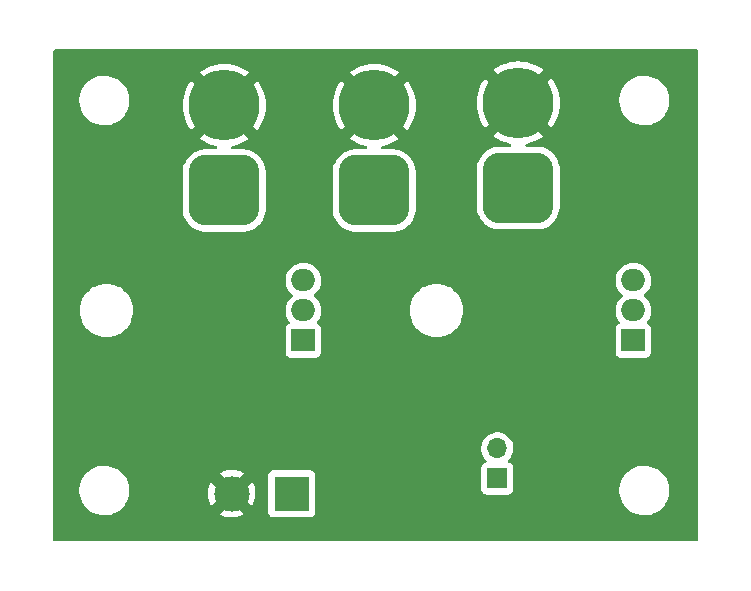
<source format=gbl>
G04 #@! TF.GenerationSoftware,KiCad,Pcbnew,6.0.9-8da3e8f707~116~ubuntu22.04.1*
G04 #@! TF.CreationDate,2022-12-04T14:58:13+01:00*
G04 #@! TF.ProjectId,24V_board,3234565f-626f-4617-9264-2e6b69636164,rev?*
G04 #@! TF.SameCoordinates,Original*
G04 #@! TF.FileFunction,Copper,L2,Bot*
G04 #@! TF.FilePolarity,Positive*
%FSLAX46Y46*%
G04 Gerber Fmt 4.6, Leading zero omitted, Abs format (unit mm)*
G04 Created by KiCad (PCBNEW 6.0.9-8da3e8f707~116~ubuntu22.04.1) date 2022-12-04 14:58:13*
%MOMM*%
%LPD*%
G01*
G04 APERTURE LIST*
G04 Aperture macros list*
%AMRoundRect*
0 Rectangle with rounded corners*
0 $1 Rounding radius*
0 $2 $3 $4 $5 $6 $7 $8 $9 X,Y pos of 4 corners*
0 Add a 4 corners polygon primitive as box body*
4,1,4,$2,$3,$4,$5,$6,$7,$8,$9,$2,$3,0*
0 Add four circle primitives for the rounded corners*
1,1,$1+$1,$2,$3*
1,1,$1+$1,$4,$5*
1,1,$1+$1,$6,$7*
1,1,$1+$1,$8,$9*
0 Add four rect primitives between the rounded corners*
20,1,$1+$1,$2,$3,$4,$5,0*
20,1,$1+$1,$4,$5,$6,$7,0*
20,1,$1+$1,$6,$7,$8,$9,0*
20,1,$1+$1,$8,$9,$2,$3,0*%
G04 Aperture macros list end*
G04 #@! TA.AperFunction,ComponentPad*
%ADD10R,2.000000X1.905000*%
G04 #@! TD*
G04 #@! TA.AperFunction,ComponentPad*
%ADD11O,2.000000X1.905000*%
G04 #@! TD*
G04 #@! TA.AperFunction,ComponentPad*
%ADD12RoundRect,1.500000X1.500000X-1.500000X1.500000X1.500000X-1.500000X1.500000X-1.500000X-1.500000X0*%
G04 #@! TD*
G04 #@! TA.AperFunction,ComponentPad*
%ADD13C,6.000000*%
G04 #@! TD*
G04 #@! TA.AperFunction,ComponentPad*
%ADD14R,3.000000X3.000000*%
G04 #@! TD*
G04 #@! TA.AperFunction,ComponentPad*
%ADD15C,3.000000*%
G04 #@! TD*
G04 #@! TA.AperFunction,ComponentPad*
%ADD16R,1.700000X1.700000*%
G04 #@! TD*
G04 #@! TA.AperFunction,ComponentPad*
%ADD17O,1.700000X1.700000*%
G04 #@! TD*
G04 APERTURE END LIST*
D10*
X184490000Y-50800000D03*
D11*
X184490000Y-48260000D03*
X184490000Y-45720000D03*
D12*
X174752000Y-37890000D03*
D13*
X174752000Y-30690000D03*
D12*
X162560000Y-38100000D03*
D13*
X162560000Y-30900000D03*
D10*
X156550000Y-50800000D03*
D11*
X156550000Y-48260000D03*
X156550000Y-45720000D03*
D14*
X155566324Y-63775251D03*
D15*
X150486324Y-63775251D03*
D16*
X172974000Y-62484000D03*
D17*
X172974000Y-59944000D03*
D12*
X149860000Y-38100000D03*
D13*
X149860000Y-30900000D03*
G04 #@! TA.AperFunction,Conductor*
G36*
X189933621Y-26182502D02*
G01*
X189980114Y-26236158D01*
X189991500Y-26288500D01*
X189991500Y-67691500D01*
X189971498Y-67759621D01*
X189917842Y-67806114D01*
X189865500Y-67817500D01*
X135508500Y-67817500D01*
X135440379Y-67797498D01*
X135393886Y-67743842D01*
X135382500Y-67691500D01*
X135382500Y-63632703D01*
X137590743Y-63632703D01*
X137628268Y-63917734D01*
X137704129Y-64195036D01*
X137705813Y-64198984D01*
X137774920Y-64361001D01*
X137816923Y-64459476D01*
X137964561Y-64706161D01*
X138144313Y-64930528D01*
X138352851Y-65128423D01*
X138586317Y-65296186D01*
X138590112Y-65298195D01*
X138590113Y-65298196D01*
X138611869Y-65309715D01*
X138840392Y-65430712D01*
X138864699Y-65439607D01*
X139006979Y-65491674D01*
X139110373Y-65529511D01*
X139391264Y-65590755D01*
X139419841Y-65593004D01*
X139614282Y-65608307D01*
X139614291Y-65608307D01*
X139616739Y-65608500D01*
X139772271Y-65608500D01*
X139774407Y-65608354D01*
X139774418Y-65608354D01*
X139982548Y-65594165D01*
X139982554Y-65594164D01*
X139986825Y-65593873D01*
X139991020Y-65593004D01*
X139991022Y-65593004D01*
X140127583Y-65564724D01*
X140268342Y-65535574D01*
X140357351Y-65504054D01*
X149470248Y-65504054D01*
X149476216Y-65512026D01*
X149531586Y-65546760D01*
X149539140Y-65550811D01*
X149780844Y-65659945D01*
X149788875Y-65662931D01*
X150043156Y-65738253D01*
X150051508Y-65740120D01*
X150313664Y-65780235D01*
X150322198Y-65780951D01*
X150587369Y-65785118D01*
X150595920Y-65784669D01*
X150859207Y-65752808D01*
X150867608Y-65751206D01*
X151124148Y-65683904D01*
X151132250Y-65681177D01*
X151377273Y-65579685D01*
X151384941Y-65575879D01*
X151492320Y-65513132D01*
X151501996Y-65502877D01*
X151498678Y-65494712D01*
X151327351Y-65323385D01*
X153557824Y-65323385D01*
X153564579Y-65385567D01*
X153615709Y-65521956D01*
X153703063Y-65638512D01*
X153819619Y-65725866D01*
X153956008Y-65776996D01*
X154018190Y-65783751D01*
X157114458Y-65783751D01*
X157176640Y-65776996D01*
X157313029Y-65725866D01*
X157429585Y-65638512D01*
X157516939Y-65521956D01*
X157568069Y-65385567D01*
X157574824Y-65323385D01*
X157574824Y-62227117D01*
X157568069Y-62164935D01*
X157516939Y-62028546D01*
X157429585Y-61911990D01*
X157313029Y-61824636D01*
X157176640Y-61773506D01*
X157114458Y-61766751D01*
X154018190Y-61766751D01*
X153956008Y-61773506D01*
X153819619Y-61824636D01*
X153703063Y-61911990D01*
X153615709Y-62028546D01*
X153564579Y-62164935D01*
X153557824Y-62227117D01*
X153557824Y-65323385D01*
X151327351Y-65323385D01*
X150499136Y-64495170D01*
X150485192Y-64487556D01*
X150483359Y-64487687D01*
X150476744Y-64491938D01*
X149477008Y-65491674D01*
X149470248Y-65504054D01*
X140357351Y-65504054D01*
X140539343Y-65439607D01*
X140794812Y-65307750D01*
X140798313Y-65305289D01*
X140798317Y-65305287D01*
X140912417Y-65225096D01*
X141030023Y-65142441D01*
X141240622Y-64946740D01*
X141422713Y-64724268D01*
X141572927Y-64479142D01*
X141628390Y-64352795D01*
X141686757Y-64219830D01*
X141688483Y-64215898D01*
X141725535Y-64085828D01*
X141766068Y-63943534D01*
X141767244Y-63939406D01*
X141792997Y-63758455D01*
X148473989Y-63758455D01*
X148489256Y-64023220D01*
X148490329Y-64031721D01*
X148541389Y-64291973D01*
X148543600Y-64300225D01*
X148629508Y-64551145D01*
X148632823Y-64559030D01*
X148748489Y-64789006D01*
X148754223Y-64793666D01*
X148767943Y-64786525D01*
X149766405Y-63788063D01*
X149772783Y-63776383D01*
X151198629Y-63776383D01*
X151198760Y-63778216D01*
X151203011Y-63784831D01*
X152203213Y-64785033D01*
X152215593Y-64791793D01*
X152221857Y-64787104D01*
X152314286Y-64616871D01*
X152317854Y-64609078D01*
X152411595Y-64361001D01*
X152414072Y-64352795D01*
X152473278Y-64094289D01*
X152474618Y-64085828D01*
X152498355Y-63819867D01*
X152498601Y-63814928D01*
X152498990Y-63777736D01*
X152498847Y-63772770D01*
X152480686Y-63506374D01*
X152479525Y-63497900D01*
X152425743Y-63238195D01*
X152423444Y-63229960D01*
X152334912Y-62979956D01*
X152331515Y-62972106D01*
X152225801Y-62767289D01*
X152216064Y-62757087D01*
X152209224Y-62759458D01*
X151206243Y-63762439D01*
X151198629Y-63776383D01*
X149772783Y-63776383D01*
X149774019Y-63774119D01*
X149773888Y-63772286D01*
X149769637Y-63765671D01*
X148768785Y-62764819D01*
X148756405Y-62758059D01*
X148750381Y-62762569D01*
X148649649Y-62952818D01*
X148646163Y-62960646D01*
X148555024Y-63209697D01*
X148552635Y-63217921D01*
X148496136Y-63477046D01*
X148494887Y-63485501D01*
X148474078Y-63749904D01*
X148473989Y-63758455D01*
X141792997Y-63758455D01*
X141807751Y-63654784D01*
X141807845Y-63636951D01*
X141809235Y-63371583D01*
X141809235Y-63371576D01*
X141809257Y-63367297D01*
X141771732Y-63082266D01*
X141695871Y-62804964D01*
X141583077Y-62540524D01*
X141435439Y-62293839D01*
X141255687Y-62069472D01*
X141232596Y-62047559D01*
X149470659Y-62047559D01*
X149474202Y-62056022D01*
X150473512Y-63055332D01*
X150487456Y-63062946D01*
X150489289Y-63062815D01*
X150495904Y-63058564D01*
X151495317Y-62059151D01*
X151502077Y-62046771D01*
X151496350Y-62039121D01*
X151422446Y-61993833D01*
X151414876Y-61989875D01*
X151172028Y-61883273D01*
X151163968Y-61880371D01*
X150908916Y-61807718D01*
X150900538Y-61805936D01*
X150637980Y-61768569D01*
X150629435Y-61767942D01*
X150364232Y-61766553D01*
X150355698Y-61767090D01*
X150092757Y-61801707D01*
X150084359Y-61803400D01*
X149828562Y-61873378D01*
X149820467Y-61876197D01*
X149576523Y-61980248D01*
X149568900Y-61984132D01*
X149480230Y-62037200D01*
X149470659Y-62047559D01*
X141232596Y-62047559D01*
X141097302Y-61919170D01*
X141050258Y-61874527D01*
X141050255Y-61874525D01*
X141047149Y-61871577D01*
X140813683Y-61703814D01*
X140791843Y-61692250D01*
X140768654Y-61679972D01*
X140559608Y-61569288D01*
X140289627Y-61470489D01*
X140008736Y-61409245D01*
X139977685Y-61406801D01*
X139785718Y-61391693D01*
X139785709Y-61391693D01*
X139783261Y-61391500D01*
X139627729Y-61391500D01*
X139625593Y-61391646D01*
X139625582Y-61391646D01*
X139417452Y-61405835D01*
X139417446Y-61405836D01*
X139413175Y-61406127D01*
X139408980Y-61406996D01*
X139408978Y-61406996D01*
X139272416Y-61435277D01*
X139131658Y-61464426D01*
X138860657Y-61560393D01*
X138605188Y-61692250D01*
X138601687Y-61694711D01*
X138601683Y-61694713D01*
X138591594Y-61701804D01*
X138369977Y-61857559D01*
X138317193Y-61906609D01*
X138176661Y-62037200D01*
X138159378Y-62053260D01*
X137977287Y-62275732D01*
X137827073Y-62520858D01*
X137711517Y-62784102D01*
X137632756Y-63060594D01*
X137592249Y-63345216D01*
X137592227Y-63349505D01*
X137592226Y-63349512D01*
X137590765Y-63628417D01*
X137590743Y-63632703D01*
X135382500Y-63632703D01*
X135382500Y-59910695D01*
X171611251Y-59910695D01*
X171611548Y-59915848D01*
X171611548Y-59915851D01*
X171617011Y-60010590D01*
X171624110Y-60133715D01*
X171625247Y-60138761D01*
X171625248Y-60138767D01*
X171645119Y-60226939D01*
X171673222Y-60351639D01*
X171757266Y-60558616D01*
X171873987Y-60749088D01*
X172020250Y-60917938D01*
X172024230Y-60921242D01*
X172028981Y-60925187D01*
X172068616Y-60984090D01*
X172070113Y-61055071D01*
X172032997Y-61115593D01*
X171992724Y-61140112D01*
X171877295Y-61183385D01*
X171760739Y-61270739D01*
X171673385Y-61387295D01*
X171622255Y-61523684D01*
X171615500Y-61585866D01*
X171615500Y-63382134D01*
X171622255Y-63444316D01*
X171673385Y-63580705D01*
X171760739Y-63697261D01*
X171877295Y-63784615D01*
X172013684Y-63835745D01*
X172075866Y-63842500D01*
X173872134Y-63842500D01*
X173934316Y-63835745D01*
X174070705Y-63784615D01*
X174187261Y-63697261D01*
X174235645Y-63632703D01*
X183310743Y-63632703D01*
X183348268Y-63917734D01*
X183424129Y-64195036D01*
X183425813Y-64198984D01*
X183494920Y-64361001D01*
X183536923Y-64459476D01*
X183684561Y-64706161D01*
X183864313Y-64930528D01*
X184072851Y-65128423D01*
X184306317Y-65296186D01*
X184310112Y-65298195D01*
X184310113Y-65298196D01*
X184331869Y-65309715D01*
X184560392Y-65430712D01*
X184584699Y-65439607D01*
X184726979Y-65491674D01*
X184830373Y-65529511D01*
X185111264Y-65590755D01*
X185139841Y-65593004D01*
X185334282Y-65608307D01*
X185334291Y-65608307D01*
X185336739Y-65608500D01*
X185492271Y-65608500D01*
X185494407Y-65608354D01*
X185494418Y-65608354D01*
X185702548Y-65594165D01*
X185702554Y-65594164D01*
X185706825Y-65593873D01*
X185711020Y-65593004D01*
X185711022Y-65593004D01*
X185847583Y-65564724D01*
X185988342Y-65535574D01*
X186259343Y-65439607D01*
X186514812Y-65307750D01*
X186518313Y-65305289D01*
X186518317Y-65305287D01*
X186632418Y-65225095D01*
X186750023Y-65142441D01*
X186960622Y-64946740D01*
X187142713Y-64724268D01*
X187292927Y-64479142D01*
X187348390Y-64352795D01*
X187406757Y-64219830D01*
X187408483Y-64215898D01*
X187445535Y-64085828D01*
X187486068Y-63943534D01*
X187487244Y-63939406D01*
X187527751Y-63654784D01*
X187527845Y-63636951D01*
X187529235Y-63371583D01*
X187529235Y-63371576D01*
X187529257Y-63367297D01*
X187491732Y-63082266D01*
X187415871Y-62804964D01*
X187303077Y-62540524D01*
X187155439Y-62293839D01*
X186975687Y-62069472D01*
X186817302Y-61919170D01*
X186770258Y-61874527D01*
X186770255Y-61874525D01*
X186767149Y-61871577D01*
X186533683Y-61703814D01*
X186511843Y-61692250D01*
X186488654Y-61679972D01*
X186279608Y-61569288D01*
X186009627Y-61470489D01*
X185728736Y-61409245D01*
X185697685Y-61406801D01*
X185505718Y-61391693D01*
X185505709Y-61391693D01*
X185503261Y-61391500D01*
X185347729Y-61391500D01*
X185345593Y-61391646D01*
X185345582Y-61391646D01*
X185137452Y-61405835D01*
X185137446Y-61405836D01*
X185133175Y-61406127D01*
X185128980Y-61406996D01*
X185128978Y-61406996D01*
X184992416Y-61435277D01*
X184851658Y-61464426D01*
X184580657Y-61560393D01*
X184325188Y-61692250D01*
X184321687Y-61694711D01*
X184321683Y-61694713D01*
X184311594Y-61701804D01*
X184089977Y-61857559D01*
X184037193Y-61906609D01*
X183896661Y-62037200D01*
X183879378Y-62053260D01*
X183697287Y-62275732D01*
X183547073Y-62520858D01*
X183431517Y-62784102D01*
X183352756Y-63060594D01*
X183312249Y-63345216D01*
X183312227Y-63349505D01*
X183312226Y-63349512D01*
X183310765Y-63628417D01*
X183310743Y-63632703D01*
X174235645Y-63632703D01*
X174274615Y-63580705D01*
X174325745Y-63444316D01*
X174332500Y-63382134D01*
X174332500Y-61585866D01*
X174325745Y-61523684D01*
X174274615Y-61387295D01*
X174187261Y-61270739D01*
X174070705Y-61183385D01*
X174058132Y-61178672D01*
X173952203Y-61138960D01*
X173895439Y-61096318D01*
X173870739Y-61029756D01*
X173885947Y-60960408D01*
X173907493Y-60931727D01*
X174008435Y-60831137D01*
X174012096Y-60827489D01*
X174071594Y-60744689D01*
X174139435Y-60650277D01*
X174142453Y-60646077D01*
X174241430Y-60445811D01*
X174306370Y-60232069D01*
X174335529Y-60010590D01*
X174337156Y-59944000D01*
X174318852Y-59721361D01*
X174264431Y-59504702D01*
X174175354Y-59299840D01*
X174054014Y-59112277D01*
X173903670Y-58947051D01*
X173899619Y-58943852D01*
X173899615Y-58943848D01*
X173732414Y-58811800D01*
X173732410Y-58811798D01*
X173728359Y-58808598D01*
X173532789Y-58700638D01*
X173527920Y-58698914D01*
X173527916Y-58698912D01*
X173327087Y-58627795D01*
X173327083Y-58627794D01*
X173322212Y-58626069D01*
X173317119Y-58625162D01*
X173317116Y-58625161D01*
X173107373Y-58587800D01*
X173107367Y-58587799D01*
X173102284Y-58586894D01*
X173028452Y-58585992D01*
X172884081Y-58584228D01*
X172884079Y-58584228D01*
X172878911Y-58584165D01*
X172658091Y-58617955D01*
X172445756Y-58687357D01*
X172247607Y-58790507D01*
X172243474Y-58793610D01*
X172243471Y-58793612D01*
X172219247Y-58811800D01*
X172068965Y-58924635D01*
X171914629Y-59086138D01*
X171788743Y-59270680D01*
X171694688Y-59473305D01*
X171634989Y-59688570D01*
X171611251Y-59910695D01*
X135382500Y-59910695D01*
X135382500Y-48260000D01*
X137626654Y-48260000D01*
X137626924Y-48264119D01*
X137633357Y-48362263D01*
X137646017Y-48555426D01*
X137646819Y-48559459D01*
X137646820Y-48559465D01*
X137700256Y-48828101D01*
X137703776Y-48845797D01*
X137705103Y-48849706D01*
X137705104Y-48849710D01*
X137781692Y-49075330D01*
X137798941Y-49126145D01*
X137833528Y-49196281D01*
X137907750Y-49346787D01*
X137929885Y-49391673D01*
X137932179Y-49395106D01*
X138075234Y-49609203D01*
X138094367Y-49637838D01*
X138097081Y-49640932D01*
X138097085Y-49640938D01*
X138236024Y-49799366D01*
X138289573Y-49860427D01*
X138292662Y-49863136D01*
X138509062Y-50052915D01*
X138509068Y-50052919D01*
X138512162Y-50055633D01*
X138515588Y-50057922D01*
X138515593Y-50057926D01*
X138699405Y-50180744D01*
X138758327Y-50220115D01*
X138762026Y-50221939D01*
X138762031Y-50221942D01*
X138898313Y-50289148D01*
X139023855Y-50351059D01*
X139027760Y-50352384D01*
X139027761Y-50352385D01*
X139300290Y-50444896D01*
X139300294Y-50444897D01*
X139304203Y-50446224D01*
X139308247Y-50447028D01*
X139308253Y-50447030D01*
X139590535Y-50503180D01*
X139590541Y-50503181D01*
X139594574Y-50503983D01*
X139598679Y-50504252D01*
X139598686Y-50504253D01*
X139885881Y-50523076D01*
X139890000Y-50523346D01*
X139894119Y-50523076D01*
X140181314Y-50504253D01*
X140181321Y-50504252D01*
X140185426Y-50503983D01*
X140189459Y-50503181D01*
X140189465Y-50503180D01*
X140471747Y-50447030D01*
X140471753Y-50447028D01*
X140475797Y-50446224D01*
X140479706Y-50444897D01*
X140479710Y-50444896D01*
X140752239Y-50352385D01*
X140752240Y-50352384D01*
X140756145Y-50351059D01*
X140881687Y-50289148D01*
X141017969Y-50221942D01*
X141017974Y-50221939D01*
X141021673Y-50220115D01*
X141080595Y-50180744D01*
X141264407Y-50057926D01*
X141264412Y-50057922D01*
X141267838Y-50055633D01*
X141270932Y-50052919D01*
X141270938Y-50052915D01*
X141487338Y-49863136D01*
X141490427Y-49860427D01*
X141543976Y-49799366D01*
X141682915Y-49640938D01*
X141682919Y-49640932D01*
X141685633Y-49637838D01*
X141704767Y-49609203D01*
X141847821Y-49395106D01*
X141850115Y-49391673D01*
X141872251Y-49346787D01*
X141946472Y-49196281D01*
X141981059Y-49126145D01*
X141998308Y-49075330D01*
X142074896Y-48849710D01*
X142074897Y-48849706D01*
X142076224Y-48845797D01*
X142079744Y-48828101D01*
X142133180Y-48559465D01*
X142133181Y-48559459D01*
X142133983Y-48555426D01*
X142146644Y-48362263D01*
X155040064Y-48362263D01*
X155076404Y-48599744D01*
X155113094Y-48711997D01*
X155149434Y-48823183D01*
X155149437Y-48823189D01*
X155151042Y-48828101D01*
X155153429Y-48832687D01*
X155153431Y-48832691D01*
X155160254Y-48845797D01*
X155261975Y-49041200D01*
X155378415Y-49196283D01*
X155403320Y-49262765D01*
X155388328Y-49332161D01*
X155338198Y-49382435D01*
X155321885Y-49389915D01*
X155311707Y-49393731D01*
X155311704Y-49393733D01*
X155303295Y-49396885D01*
X155186739Y-49484239D01*
X155099385Y-49600795D01*
X155048255Y-49737184D01*
X155041500Y-49799366D01*
X155041500Y-51800634D01*
X155048255Y-51862816D01*
X155099385Y-51999205D01*
X155186739Y-52115761D01*
X155303295Y-52203115D01*
X155439684Y-52254245D01*
X155501866Y-52261000D01*
X157598134Y-52261000D01*
X157660316Y-52254245D01*
X157796705Y-52203115D01*
X157913261Y-52115761D01*
X158000615Y-51999205D01*
X158051745Y-51862816D01*
X158058500Y-51800634D01*
X158058500Y-49799366D01*
X158051745Y-49737184D01*
X158000615Y-49600795D01*
X157913261Y-49484239D01*
X157796705Y-49396885D01*
X157776811Y-49389427D01*
X157720047Y-49346787D01*
X157695346Y-49280226D01*
X157710553Y-49210877D01*
X157722158Y-49193353D01*
X157815367Y-49075330D01*
X157815370Y-49075325D01*
X157818568Y-49071276D01*
X157832885Y-49045342D01*
X157932177Y-48865474D01*
X157932179Y-48865470D01*
X157934674Y-48860950D01*
X157938655Y-48849710D01*
X158013144Y-48639360D01*
X158013145Y-48639356D01*
X158014870Y-48634485D01*
X158020183Y-48604659D01*
X158056095Y-48403052D01*
X158056096Y-48403046D01*
X158057001Y-48397963D01*
X158058687Y-48260000D01*
X165566654Y-48260000D01*
X165566924Y-48264119D01*
X165573357Y-48362263D01*
X165586017Y-48555426D01*
X165586819Y-48559459D01*
X165586820Y-48559465D01*
X165640256Y-48828101D01*
X165643776Y-48845797D01*
X165645103Y-48849706D01*
X165645104Y-48849710D01*
X165721692Y-49075330D01*
X165738941Y-49126145D01*
X165773528Y-49196281D01*
X165847750Y-49346787D01*
X165869885Y-49391673D01*
X165872179Y-49395106D01*
X166015234Y-49609203D01*
X166034367Y-49637838D01*
X166037081Y-49640932D01*
X166037085Y-49640938D01*
X166176024Y-49799366D01*
X166229573Y-49860427D01*
X166232662Y-49863136D01*
X166449062Y-50052915D01*
X166449068Y-50052919D01*
X166452162Y-50055633D01*
X166455588Y-50057922D01*
X166455593Y-50057926D01*
X166639405Y-50180744D01*
X166698327Y-50220115D01*
X166702026Y-50221939D01*
X166702031Y-50221942D01*
X166838313Y-50289148D01*
X166963855Y-50351059D01*
X166967760Y-50352384D01*
X166967761Y-50352385D01*
X167240290Y-50444896D01*
X167240294Y-50444897D01*
X167244203Y-50446224D01*
X167248247Y-50447028D01*
X167248253Y-50447030D01*
X167530535Y-50503180D01*
X167530541Y-50503181D01*
X167534574Y-50503983D01*
X167538679Y-50504252D01*
X167538686Y-50504253D01*
X167825881Y-50523076D01*
X167830000Y-50523346D01*
X167834119Y-50523076D01*
X168121314Y-50504253D01*
X168121321Y-50504252D01*
X168125426Y-50503983D01*
X168129459Y-50503181D01*
X168129465Y-50503180D01*
X168411747Y-50447030D01*
X168411753Y-50447028D01*
X168415797Y-50446224D01*
X168419706Y-50444897D01*
X168419710Y-50444896D01*
X168692239Y-50352385D01*
X168692240Y-50352384D01*
X168696145Y-50351059D01*
X168821687Y-50289148D01*
X168957969Y-50221942D01*
X168957974Y-50221939D01*
X168961673Y-50220115D01*
X169020595Y-50180744D01*
X169204407Y-50057926D01*
X169204412Y-50057922D01*
X169207838Y-50055633D01*
X169210932Y-50052919D01*
X169210938Y-50052915D01*
X169427338Y-49863136D01*
X169430427Y-49860427D01*
X169483976Y-49799366D01*
X169622915Y-49640938D01*
X169622919Y-49640932D01*
X169625633Y-49637838D01*
X169644767Y-49609203D01*
X169787821Y-49395106D01*
X169790115Y-49391673D01*
X169812251Y-49346787D01*
X169886472Y-49196281D01*
X169921059Y-49126145D01*
X169938308Y-49075330D01*
X170014896Y-48849710D01*
X170014897Y-48849706D01*
X170016224Y-48845797D01*
X170019744Y-48828101D01*
X170073180Y-48559465D01*
X170073181Y-48559459D01*
X170073983Y-48555426D01*
X170086644Y-48362263D01*
X182980064Y-48362263D01*
X183016404Y-48599744D01*
X183053094Y-48711997D01*
X183089434Y-48823183D01*
X183089437Y-48823189D01*
X183091042Y-48828101D01*
X183093429Y-48832687D01*
X183093431Y-48832691D01*
X183100254Y-48845797D01*
X183201975Y-49041200D01*
X183318415Y-49196283D01*
X183343320Y-49262765D01*
X183328328Y-49332161D01*
X183278198Y-49382435D01*
X183261885Y-49389915D01*
X183251707Y-49393731D01*
X183251704Y-49393733D01*
X183243295Y-49396885D01*
X183126739Y-49484239D01*
X183039385Y-49600795D01*
X182988255Y-49737184D01*
X182981500Y-49799366D01*
X182981500Y-51800634D01*
X182988255Y-51862816D01*
X183039385Y-51999205D01*
X183126739Y-52115761D01*
X183243295Y-52203115D01*
X183379684Y-52254245D01*
X183441866Y-52261000D01*
X185538134Y-52261000D01*
X185600316Y-52254245D01*
X185736705Y-52203115D01*
X185853261Y-52115761D01*
X185940615Y-51999205D01*
X185991745Y-51862816D01*
X185998500Y-51800634D01*
X185998500Y-49799366D01*
X185991745Y-49737184D01*
X185940615Y-49600795D01*
X185853261Y-49484239D01*
X185736705Y-49396885D01*
X185716811Y-49389427D01*
X185660047Y-49346787D01*
X185635346Y-49280226D01*
X185650553Y-49210877D01*
X185662158Y-49193353D01*
X185755367Y-49075330D01*
X185755370Y-49075325D01*
X185758568Y-49071276D01*
X185772885Y-49045342D01*
X185872177Y-48865474D01*
X185872179Y-48865470D01*
X185874674Y-48860950D01*
X185878655Y-48849710D01*
X185953144Y-48639360D01*
X185953145Y-48639356D01*
X185954870Y-48634485D01*
X185960183Y-48604659D01*
X185996095Y-48403052D01*
X185996096Y-48403046D01*
X185997001Y-48397963D01*
X185999936Y-48157737D01*
X185963596Y-47920256D01*
X185926906Y-47808003D01*
X185890566Y-47696817D01*
X185890563Y-47696811D01*
X185888958Y-47691899D01*
X185881855Y-47678253D01*
X185780416Y-47483393D01*
X185778025Y-47478800D01*
X185633777Y-47286680D01*
X185460088Y-47120699D01*
X185423097Y-47095465D01*
X185378096Y-47040556D01*
X185369925Y-46970032D01*
X185401179Y-46906284D01*
X185425660Y-46885589D01*
X185427635Y-46884311D01*
X185431977Y-46881502D01*
X185609670Y-46719814D01*
X185670347Y-46642983D01*
X185755367Y-46535330D01*
X185755370Y-46535325D01*
X185758568Y-46531276D01*
X185772885Y-46505342D01*
X185872177Y-46325474D01*
X185872179Y-46325470D01*
X185874674Y-46320950D01*
X185881322Y-46302179D01*
X185953144Y-46099360D01*
X185953145Y-46099356D01*
X185954870Y-46094485D01*
X185955778Y-46089389D01*
X185996095Y-45863052D01*
X185996096Y-45863046D01*
X185997001Y-45857963D01*
X185999936Y-45617737D01*
X185963596Y-45380256D01*
X185926906Y-45268003D01*
X185890566Y-45156817D01*
X185890563Y-45156811D01*
X185888958Y-45151899D01*
X185778025Y-44938800D01*
X185633777Y-44746680D01*
X185460088Y-44580699D01*
X185261622Y-44445314D01*
X185256939Y-44443140D01*
X185256935Y-44443138D01*
X185048405Y-44346342D01*
X185048401Y-44346341D01*
X185043710Y-44344163D01*
X184812202Y-44279960D01*
X184807065Y-44279411D01*
X184619407Y-44259356D01*
X184619399Y-44259356D01*
X184616072Y-44259000D01*
X184381598Y-44259000D01*
X184379025Y-44259212D01*
X184379014Y-44259212D01*
X184278054Y-44267513D01*
X184203063Y-44273678D01*
X183970056Y-44332206D01*
X183841229Y-44388221D01*
X183754474Y-44425943D01*
X183754471Y-44425945D01*
X183749737Y-44428003D01*
X183548023Y-44558498D01*
X183370330Y-44720186D01*
X183346141Y-44750815D01*
X183224633Y-44904670D01*
X183224630Y-44904675D01*
X183221432Y-44908724D01*
X183218939Y-44913240D01*
X183218937Y-44913243D01*
X183107823Y-45114526D01*
X183105326Y-45119050D01*
X183025130Y-45345515D01*
X183024223Y-45350608D01*
X183024222Y-45350611D01*
X183018942Y-45380256D01*
X182982999Y-45582037D01*
X182980064Y-45822263D01*
X183016404Y-46059744D01*
X183051661Y-46167615D01*
X183089434Y-46283183D01*
X183089437Y-46283189D01*
X183091042Y-46288101D01*
X183093429Y-46292687D01*
X183093431Y-46292691D01*
X183105605Y-46316077D01*
X183201975Y-46501200D01*
X183346223Y-46693320D01*
X183519912Y-46859301D01*
X183556903Y-46884535D01*
X183601904Y-46939444D01*
X183610075Y-47009968D01*
X183578821Y-47073716D01*
X183554340Y-47094411D01*
X183552707Y-47095468D01*
X183548023Y-47098498D01*
X183370330Y-47260186D01*
X183346141Y-47290815D01*
X183224633Y-47444670D01*
X183224630Y-47444675D01*
X183221432Y-47448724D01*
X183218939Y-47453240D01*
X183218937Y-47453243D01*
X183107823Y-47654526D01*
X183105326Y-47659050D01*
X183103602Y-47663919D01*
X183103600Y-47663923D01*
X183095319Y-47687309D01*
X183025130Y-47885515D01*
X183024223Y-47890608D01*
X183024222Y-47890611D01*
X183018942Y-47920256D01*
X182982999Y-48122037D01*
X182980064Y-48362263D01*
X170086644Y-48362263D01*
X170093076Y-48264119D01*
X170093346Y-48260000D01*
X170086982Y-48162907D01*
X170074253Y-47968686D01*
X170074252Y-47968679D01*
X170073983Y-47964574D01*
X170057288Y-47880640D01*
X170017030Y-47678253D01*
X170017028Y-47678247D01*
X170016224Y-47674203D01*
X170012735Y-47663923D01*
X169922385Y-47397761D01*
X169922384Y-47397760D01*
X169921059Y-47393855D01*
X169790115Y-47128327D01*
X169711030Y-47009968D01*
X169627926Y-46885593D01*
X169627922Y-46885588D01*
X169625633Y-46882162D01*
X169622919Y-46879068D01*
X169622915Y-46879062D01*
X169433136Y-46662662D01*
X169430427Y-46659573D01*
X169244601Y-46496607D01*
X169210938Y-46467085D01*
X169210932Y-46467081D01*
X169207838Y-46464367D01*
X169204412Y-46462078D01*
X169204407Y-46462074D01*
X168965106Y-46302179D01*
X168961673Y-46299885D01*
X168957974Y-46298061D01*
X168957969Y-46298058D01*
X168821687Y-46230852D01*
X168696145Y-46168941D01*
X168692239Y-46167615D01*
X168419710Y-46075104D01*
X168419706Y-46075103D01*
X168415797Y-46073776D01*
X168411753Y-46072972D01*
X168411747Y-46072970D01*
X168129465Y-46016820D01*
X168129459Y-46016819D01*
X168125426Y-46016017D01*
X168121321Y-46015748D01*
X168121314Y-46015747D01*
X167834119Y-45996924D01*
X167830000Y-45996654D01*
X167825881Y-45996924D01*
X167538686Y-46015747D01*
X167538679Y-46015748D01*
X167534574Y-46016017D01*
X167530541Y-46016819D01*
X167530535Y-46016820D01*
X167248253Y-46072970D01*
X167248247Y-46072972D01*
X167244203Y-46073776D01*
X167240294Y-46075103D01*
X167240290Y-46075104D01*
X166967761Y-46167615D01*
X166963855Y-46168941D01*
X166838313Y-46230852D01*
X166702031Y-46298058D01*
X166702026Y-46298061D01*
X166698327Y-46299885D01*
X166694894Y-46302179D01*
X166455593Y-46462074D01*
X166455588Y-46462078D01*
X166452162Y-46464367D01*
X166449068Y-46467081D01*
X166449062Y-46467085D01*
X166415399Y-46496607D01*
X166229573Y-46659573D01*
X166226864Y-46662662D01*
X166037085Y-46879062D01*
X166037081Y-46879068D01*
X166034367Y-46882162D01*
X166032078Y-46885588D01*
X166032074Y-46885593D01*
X165948970Y-47009968D01*
X165869885Y-47128327D01*
X165738941Y-47393855D01*
X165737616Y-47397760D01*
X165737615Y-47397761D01*
X165647266Y-47663923D01*
X165643776Y-47674203D01*
X165642972Y-47678247D01*
X165642970Y-47678253D01*
X165602713Y-47880640D01*
X165586017Y-47964574D01*
X165585748Y-47968679D01*
X165585747Y-47968686D01*
X165573018Y-48162907D01*
X165566654Y-48260000D01*
X158058687Y-48260000D01*
X158059936Y-48157737D01*
X158023596Y-47920256D01*
X157986906Y-47808003D01*
X157950566Y-47696817D01*
X157950563Y-47696811D01*
X157948958Y-47691899D01*
X157941855Y-47678253D01*
X157840416Y-47483393D01*
X157838025Y-47478800D01*
X157693777Y-47286680D01*
X157520088Y-47120699D01*
X157483097Y-47095465D01*
X157438096Y-47040556D01*
X157429925Y-46970032D01*
X157461179Y-46906284D01*
X157485660Y-46885589D01*
X157487635Y-46884311D01*
X157491977Y-46881502D01*
X157669670Y-46719814D01*
X157730347Y-46642983D01*
X157815367Y-46535330D01*
X157815370Y-46535325D01*
X157818568Y-46531276D01*
X157832885Y-46505342D01*
X157932177Y-46325474D01*
X157932179Y-46325470D01*
X157934674Y-46320950D01*
X157941322Y-46302179D01*
X158013144Y-46099360D01*
X158013145Y-46099356D01*
X158014870Y-46094485D01*
X158015778Y-46089389D01*
X158056095Y-45863052D01*
X158056096Y-45863046D01*
X158057001Y-45857963D01*
X158059936Y-45617737D01*
X158023596Y-45380256D01*
X157986906Y-45268003D01*
X157950566Y-45156817D01*
X157950563Y-45156811D01*
X157948958Y-45151899D01*
X157838025Y-44938800D01*
X157693777Y-44746680D01*
X157520088Y-44580699D01*
X157321622Y-44445314D01*
X157316939Y-44443140D01*
X157316935Y-44443138D01*
X157108405Y-44346342D01*
X157108401Y-44346341D01*
X157103710Y-44344163D01*
X156872202Y-44279960D01*
X156867065Y-44279411D01*
X156679407Y-44259356D01*
X156679399Y-44259356D01*
X156676072Y-44259000D01*
X156441598Y-44259000D01*
X156439025Y-44259212D01*
X156439014Y-44259212D01*
X156338054Y-44267513D01*
X156263063Y-44273678D01*
X156030056Y-44332206D01*
X155901229Y-44388221D01*
X155814474Y-44425943D01*
X155814471Y-44425945D01*
X155809737Y-44428003D01*
X155608023Y-44558498D01*
X155430330Y-44720186D01*
X155406141Y-44750815D01*
X155284633Y-44904670D01*
X155284630Y-44904675D01*
X155281432Y-44908724D01*
X155278939Y-44913240D01*
X155278937Y-44913243D01*
X155167823Y-45114526D01*
X155165326Y-45119050D01*
X155085130Y-45345515D01*
X155084223Y-45350608D01*
X155084222Y-45350611D01*
X155078942Y-45380256D01*
X155042999Y-45582037D01*
X155040064Y-45822263D01*
X155076404Y-46059744D01*
X155111661Y-46167615D01*
X155149434Y-46283183D01*
X155149437Y-46283189D01*
X155151042Y-46288101D01*
X155153429Y-46292687D01*
X155153431Y-46292691D01*
X155165605Y-46316077D01*
X155261975Y-46501200D01*
X155406223Y-46693320D01*
X155579912Y-46859301D01*
X155616903Y-46884535D01*
X155661904Y-46939444D01*
X155670075Y-47009968D01*
X155638821Y-47073716D01*
X155614340Y-47094411D01*
X155612707Y-47095468D01*
X155608023Y-47098498D01*
X155430330Y-47260186D01*
X155406141Y-47290815D01*
X155284633Y-47444670D01*
X155284630Y-47444675D01*
X155281432Y-47448724D01*
X155278939Y-47453240D01*
X155278937Y-47453243D01*
X155167823Y-47654526D01*
X155165326Y-47659050D01*
X155163602Y-47663919D01*
X155163600Y-47663923D01*
X155155319Y-47687309D01*
X155085130Y-47885515D01*
X155084223Y-47890608D01*
X155084222Y-47890611D01*
X155078942Y-47920256D01*
X155042999Y-48122037D01*
X155040064Y-48362263D01*
X142146644Y-48362263D01*
X142153076Y-48264119D01*
X142153346Y-48260000D01*
X142146982Y-48162907D01*
X142134253Y-47968686D01*
X142134252Y-47968679D01*
X142133983Y-47964574D01*
X142117288Y-47880640D01*
X142077030Y-47678253D01*
X142077028Y-47678247D01*
X142076224Y-47674203D01*
X142072735Y-47663923D01*
X141982385Y-47397761D01*
X141982384Y-47397760D01*
X141981059Y-47393855D01*
X141850115Y-47128327D01*
X141771030Y-47009968D01*
X141687926Y-46885593D01*
X141687922Y-46885588D01*
X141685633Y-46882162D01*
X141682919Y-46879068D01*
X141682915Y-46879062D01*
X141493136Y-46662662D01*
X141490427Y-46659573D01*
X141304601Y-46496607D01*
X141270938Y-46467085D01*
X141270932Y-46467081D01*
X141267838Y-46464367D01*
X141264412Y-46462078D01*
X141264407Y-46462074D01*
X141025106Y-46302179D01*
X141021673Y-46299885D01*
X141017974Y-46298061D01*
X141017969Y-46298058D01*
X140881687Y-46230852D01*
X140756145Y-46168941D01*
X140752239Y-46167615D01*
X140479710Y-46075104D01*
X140479706Y-46075103D01*
X140475797Y-46073776D01*
X140471753Y-46072972D01*
X140471747Y-46072970D01*
X140189465Y-46016820D01*
X140189459Y-46016819D01*
X140185426Y-46016017D01*
X140181321Y-46015748D01*
X140181314Y-46015747D01*
X139894119Y-45996924D01*
X139890000Y-45996654D01*
X139885881Y-45996924D01*
X139598686Y-46015747D01*
X139598679Y-46015748D01*
X139594574Y-46016017D01*
X139590541Y-46016819D01*
X139590535Y-46016820D01*
X139308253Y-46072970D01*
X139308247Y-46072972D01*
X139304203Y-46073776D01*
X139300294Y-46075103D01*
X139300290Y-46075104D01*
X139027761Y-46167615D01*
X139023855Y-46168941D01*
X138898313Y-46230852D01*
X138762031Y-46298058D01*
X138762026Y-46298061D01*
X138758327Y-46299885D01*
X138754894Y-46302179D01*
X138515593Y-46462074D01*
X138515588Y-46462078D01*
X138512162Y-46464367D01*
X138509068Y-46467081D01*
X138509062Y-46467085D01*
X138475399Y-46496607D01*
X138289573Y-46659573D01*
X138286864Y-46662662D01*
X138097085Y-46879062D01*
X138097081Y-46879068D01*
X138094367Y-46882162D01*
X138092078Y-46885588D01*
X138092074Y-46885593D01*
X138008970Y-47009968D01*
X137929885Y-47128327D01*
X137798941Y-47393855D01*
X137797616Y-47397760D01*
X137797615Y-47397761D01*
X137707266Y-47663923D01*
X137703776Y-47674203D01*
X137702972Y-47678247D01*
X137702970Y-47678253D01*
X137662713Y-47880640D01*
X137646017Y-47964574D01*
X137645748Y-47968679D01*
X137645747Y-47968686D01*
X137633018Y-48162907D01*
X137626654Y-48260000D01*
X135382500Y-48260000D01*
X135382500Y-36487663D01*
X146351500Y-36487663D01*
X146351501Y-39712336D01*
X146354257Y-39775480D01*
X146354815Y-39779002D01*
X146397509Y-40048571D01*
X146397511Y-40048578D01*
X146398198Y-40052918D01*
X146480325Y-40321540D01*
X146482185Y-40325529D01*
X146482187Y-40325534D01*
X146597174Y-40572126D01*
X146597177Y-40572132D01*
X146599036Y-40576118D01*
X146752023Y-40811697D01*
X146936308Y-41023692D01*
X147148303Y-41207977D01*
X147151994Y-41210374D01*
X147151998Y-41210377D01*
X147240442Y-41267813D01*
X147383882Y-41360964D01*
X147387868Y-41362823D01*
X147387874Y-41362826D01*
X147634466Y-41477813D01*
X147634471Y-41477815D01*
X147638460Y-41479675D01*
X147642673Y-41480963D01*
X147642678Y-41480965D01*
X147805486Y-41530741D01*
X147907082Y-41561802D01*
X147911422Y-41562489D01*
X147911429Y-41562491D01*
X148169709Y-41603397D01*
X148184520Y-41605743D01*
X148188081Y-41605898D01*
X148188086Y-41605899D01*
X148246287Y-41608440D01*
X148246291Y-41608440D01*
X148247663Y-41608500D01*
X149858829Y-41608500D01*
X151472336Y-41608499D01*
X151473705Y-41608439D01*
X151473716Y-41608439D01*
X151531914Y-41605899D01*
X151531920Y-41605898D01*
X151535480Y-41605743D01*
X151608955Y-41594106D01*
X151808571Y-41562491D01*
X151808578Y-41562489D01*
X151812918Y-41561802D01*
X151914514Y-41530741D01*
X152077322Y-41480965D01*
X152077327Y-41480963D01*
X152081540Y-41479675D01*
X152085529Y-41477815D01*
X152085534Y-41477813D01*
X152332126Y-41362826D01*
X152332132Y-41362823D01*
X152336118Y-41360964D01*
X152479558Y-41267813D01*
X152568002Y-41210377D01*
X152568006Y-41210374D01*
X152571697Y-41207977D01*
X152783692Y-41023692D01*
X152967977Y-40811697D01*
X153120964Y-40576118D01*
X153122823Y-40572132D01*
X153122826Y-40572126D01*
X153237813Y-40325534D01*
X153237815Y-40325529D01*
X153239675Y-40321540D01*
X153321802Y-40052918D01*
X153322489Y-40048578D01*
X153322491Y-40048571D01*
X153365185Y-39779003D01*
X153365185Y-39779002D01*
X153365743Y-39775480D01*
X153368500Y-39712337D01*
X153368499Y-36487664D01*
X153368499Y-36487663D01*
X159051500Y-36487663D01*
X159051501Y-39712336D01*
X159054257Y-39775480D01*
X159054815Y-39779002D01*
X159097509Y-40048571D01*
X159097511Y-40048578D01*
X159098198Y-40052918D01*
X159180325Y-40321540D01*
X159182185Y-40325529D01*
X159182187Y-40325534D01*
X159297174Y-40572126D01*
X159297177Y-40572132D01*
X159299036Y-40576118D01*
X159452023Y-40811697D01*
X159636308Y-41023692D01*
X159848303Y-41207977D01*
X159851994Y-41210374D01*
X159851998Y-41210377D01*
X159940442Y-41267813D01*
X160083882Y-41360964D01*
X160087868Y-41362823D01*
X160087874Y-41362826D01*
X160334466Y-41477813D01*
X160334471Y-41477815D01*
X160338460Y-41479675D01*
X160342673Y-41480963D01*
X160342678Y-41480965D01*
X160505486Y-41530741D01*
X160607082Y-41561802D01*
X160611422Y-41562489D01*
X160611429Y-41562491D01*
X160869709Y-41603397D01*
X160884520Y-41605743D01*
X160888081Y-41605898D01*
X160888086Y-41605899D01*
X160946287Y-41608440D01*
X160946291Y-41608440D01*
X160947663Y-41608500D01*
X162558829Y-41608500D01*
X164172336Y-41608499D01*
X164173705Y-41608439D01*
X164173716Y-41608439D01*
X164231914Y-41605899D01*
X164231920Y-41605898D01*
X164235480Y-41605743D01*
X164308955Y-41594106D01*
X164508571Y-41562491D01*
X164508578Y-41562489D01*
X164512918Y-41561802D01*
X164614514Y-41530741D01*
X164777322Y-41480965D01*
X164777327Y-41480963D01*
X164781540Y-41479675D01*
X164785529Y-41477815D01*
X164785534Y-41477813D01*
X165032126Y-41362826D01*
X165032132Y-41362823D01*
X165036118Y-41360964D01*
X165179558Y-41267813D01*
X165268002Y-41210377D01*
X165268006Y-41210374D01*
X165271697Y-41207977D01*
X165483692Y-41023692D01*
X165667977Y-40811697D01*
X165820964Y-40576118D01*
X165822823Y-40572132D01*
X165822826Y-40572126D01*
X165937813Y-40325534D01*
X165937815Y-40325529D01*
X165939675Y-40321540D01*
X166021802Y-40052918D01*
X166022489Y-40048578D01*
X166022491Y-40048571D01*
X166065185Y-39779003D01*
X166065185Y-39779002D01*
X166065743Y-39775480D01*
X166068500Y-39712337D01*
X166068499Y-36487664D01*
X166065743Y-36424520D01*
X166042484Y-36277663D01*
X171243500Y-36277663D01*
X171243501Y-39502336D01*
X171246257Y-39565480D01*
X171246815Y-39569002D01*
X171289509Y-39838571D01*
X171289511Y-39838578D01*
X171290198Y-39842918D01*
X171372325Y-40111540D01*
X171374185Y-40115529D01*
X171374187Y-40115534D01*
X171489174Y-40362126D01*
X171489177Y-40362132D01*
X171491036Y-40366118D01*
X171493437Y-40369815D01*
X171629813Y-40579815D01*
X171644023Y-40601697D01*
X171828308Y-40813692D01*
X172040303Y-40997977D01*
X172043994Y-41000374D01*
X172043998Y-41000377D01*
X172084335Y-41026572D01*
X172275882Y-41150964D01*
X172279868Y-41152823D01*
X172279874Y-41152826D01*
X172526466Y-41267813D01*
X172526471Y-41267815D01*
X172530460Y-41269675D01*
X172534673Y-41270963D01*
X172534678Y-41270965D01*
X172697486Y-41320741D01*
X172799082Y-41351802D01*
X172803422Y-41352489D01*
X172803429Y-41352491D01*
X173061709Y-41393397D01*
X173076520Y-41395743D01*
X173080081Y-41395898D01*
X173080086Y-41395899D01*
X173138287Y-41398440D01*
X173138291Y-41398440D01*
X173139663Y-41398500D01*
X174750829Y-41398500D01*
X176364336Y-41398499D01*
X176365705Y-41398439D01*
X176365716Y-41398439D01*
X176423914Y-41395899D01*
X176423920Y-41395898D01*
X176427480Y-41395743D01*
X176500955Y-41384106D01*
X176700571Y-41352491D01*
X176700578Y-41352489D01*
X176704918Y-41351802D01*
X176806514Y-41320741D01*
X176969322Y-41270965D01*
X176969327Y-41270963D01*
X176973540Y-41269675D01*
X176977529Y-41267815D01*
X176977534Y-41267813D01*
X177224126Y-41152826D01*
X177224132Y-41152823D01*
X177228118Y-41150964D01*
X177419665Y-41026572D01*
X177460002Y-41000377D01*
X177460006Y-41000374D01*
X177463697Y-40997977D01*
X177675692Y-40813692D01*
X177859977Y-40601697D01*
X177874188Y-40579815D01*
X178010563Y-40369815D01*
X178012964Y-40366118D01*
X178014823Y-40362132D01*
X178014826Y-40362126D01*
X178129813Y-40115534D01*
X178129815Y-40115529D01*
X178131675Y-40111540D01*
X178213802Y-39842918D01*
X178214489Y-39838578D01*
X178214491Y-39838571D01*
X178257185Y-39569003D01*
X178257185Y-39569002D01*
X178257743Y-39565480D01*
X178260500Y-39502337D01*
X178260499Y-36277664D01*
X178257743Y-36214520D01*
X178246106Y-36141045D01*
X178214491Y-35941429D01*
X178214489Y-35941422D01*
X178213802Y-35937082D01*
X178131675Y-35668460D01*
X178110888Y-35623882D01*
X178014826Y-35417874D01*
X178014823Y-35417868D01*
X178012964Y-35413882D01*
X177859977Y-35178303D01*
X177675692Y-34966308D01*
X177463697Y-34782023D01*
X177460006Y-34779626D01*
X177460002Y-34779623D01*
X177286360Y-34666859D01*
X177228118Y-34629036D01*
X177224132Y-34627177D01*
X177224126Y-34627174D01*
X176977534Y-34512187D01*
X176977529Y-34512185D01*
X176973540Y-34510325D01*
X176969327Y-34509037D01*
X176969322Y-34509035D01*
X176806514Y-34459259D01*
X176704918Y-34428198D01*
X176700578Y-34427511D01*
X176700571Y-34427509D01*
X176431003Y-34384815D01*
X176427480Y-34384257D01*
X176423919Y-34384102D01*
X176423914Y-34384101D01*
X176365713Y-34381560D01*
X176365709Y-34381560D01*
X176364337Y-34381500D01*
X175470494Y-34381500D01*
X175402373Y-34361498D01*
X175355880Y-34307842D01*
X175345776Y-34237568D01*
X175375270Y-34172988D01*
X175434996Y-34134604D01*
X175450785Y-34131051D01*
X175479097Y-34126567D01*
X175485537Y-34125198D01*
X175834328Y-34031740D01*
X175840605Y-34029700D01*
X176177714Y-33900296D01*
X176183725Y-33897620D01*
X176505468Y-33733683D01*
X176511177Y-33730387D01*
X176814009Y-33533725D01*
X176819346Y-33529848D01*
X176841403Y-33511987D01*
X176849868Y-33499733D01*
X176843534Y-33488641D01*
X174764812Y-31409919D01*
X174750868Y-31402305D01*
X174749035Y-31402436D01*
X174742420Y-31406687D01*
X172661332Y-33487775D01*
X172654191Y-33500851D01*
X172661648Y-33511218D01*
X172684654Y-33529848D01*
X172689991Y-33533725D01*
X172992823Y-33730387D01*
X172998532Y-33733683D01*
X173320275Y-33897620D01*
X173326286Y-33900296D01*
X173663395Y-34029700D01*
X173669672Y-34031740D01*
X174018463Y-34125198D01*
X174024898Y-34126566D01*
X174053220Y-34131052D01*
X174117373Y-34161465D01*
X174154900Y-34221733D01*
X174153886Y-34292723D01*
X174114653Y-34351894D01*
X174049657Y-34380462D01*
X174033513Y-34381501D01*
X173139664Y-34381501D01*
X173138295Y-34381561D01*
X173138284Y-34381561D01*
X173080086Y-34384101D01*
X173080080Y-34384102D01*
X173076520Y-34384257D01*
X173003045Y-34395894D01*
X172803429Y-34427509D01*
X172803422Y-34427511D01*
X172799082Y-34428198D01*
X172697486Y-34459259D01*
X172534678Y-34509035D01*
X172534673Y-34509037D01*
X172530460Y-34510325D01*
X172526471Y-34512185D01*
X172526466Y-34512187D01*
X172279874Y-34627174D01*
X172279868Y-34627177D01*
X172275882Y-34629036D01*
X172217640Y-34666859D01*
X172043998Y-34779623D01*
X172043994Y-34779626D01*
X172040303Y-34782023D01*
X171828308Y-34966308D01*
X171644023Y-35178303D01*
X171491036Y-35413882D01*
X171489177Y-35417868D01*
X171489174Y-35417874D01*
X171393112Y-35623882D01*
X171372325Y-35668460D01*
X171290198Y-35937082D01*
X171289511Y-35941422D01*
X171289509Y-35941429D01*
X171257605Y-36142870D01*
X171246257Y-36214520D01*
X171243500Y-36277663D01*
X166042484Y-36277663D01*
X166031925Y-36210997D01*
X166022491Y-36151429D01*
X166022489Y-36151422D01*
X166021802Y-36147082D01*
X165939675Y-35878460D01*
X165839889Y-35664466D01*
X165822826Y-35627874D01*
X165822823Y-35627868D01*
X165820964Y-35623882D01*
X165687181Y-35417874D01*
X165670377Y-35391998D01*
X165670374Y-35391994D01*
X165667977Y-35388303D01*
X165483692Y-35176308D01*
X165271697Y-34992023D01*
X165268006Y-34989626D01*
X165268002Y-34989623D01*
X165039815Y-34841437D01*
X165036118Y-34839036D01*
X165032132Y-34837177D01*
X165032126Y-34837174D01*
X164785534Y-34722187D01*
X164785529Y-34722185D01*
X164781540Y-34720325D01*
X164777327Y-34719037D01*
X164777322Y-34719035D01*
X164614514Y-34669259D01*
X164512918Y-34638198D01*
X164508578Y-34637511D01*
X164508571Y-34637509D01*
X164239003Y-34594815D01*
X164235480Y-34594257D01*
X164231919Y-34594102D01*
X164231914Y-34594101D01*
X164173713Y-34591560D01*
X164173709Y-34591560D01*
X164172337Y-34591500D01*
X163278494Y-34591500D01*
X163210373Y-34571498D01*
X163163880Y-34517842D01*
X163153776Y-34447568D01*
X163183270Y-34382988D01*
X163242996Y-34344604D01*
X163258785Y-34341051D01*
X163287097Y-34336567D01*
X163293537Y-34335198D01*
X163642328Y-34241740D01*
X163648605Y-34239700D01*
X163985714Y-34110296D01*
X163991725Y-34107620D01*
X164313468Y-33943683D01*
X164319177Y-33940387D01*
X164622009Y-33743725D01*
X164627346Y-33739848D01*
X164649403Y-33721987D01*
X164657868Y-33709733D01*
X164651534Y-33698641D01*
X162572812Y-31619919D01*
X162558868Y-31612305D01*
X162557035Y-31612436D01*
X162550420Y-31616687D01*
X160469332Y-33697775D01*
X160462191Y-33710851D01*
X160469648Y-33721218D01*
X160492654Y-33739848D01*
X160497991Y-33743725D01*
X160800823Y-33940387D01*
X160806532Y-33943683D01*
X161128275Y-34107620D01*
X161134286Y-34110296D01*
X161471395Y-34239700D01*
X161477672Y-34241740D01*
X161826463Y-34335198D01*
X161832898Y-34336566D01*
X161861220Y-34341052D01*
X161925373Y-34371465D01*
X161962900Y-34431733D01*
X161961886Y-34502723D01*
X161922653Y-34561894D01*
X161857657Y-34590462D01*
X161841513Y-34591501D01*
X160947664Y-34591501D01*
X160946295Y-34591561D01*
X160946284Y-34591561D01*
X160888086Y-34594101D01*
X160888080Y-34594102D01*
X160884520Y-34594257D01*
X160811045Y-34605894D01*
X160611429Y-34637509D01*
X160611422Y-34637511D01*
X160607082Y-34638198D01*
X160505486Y-34669259D01*
X160342678Y-34719035D01*
X160342673Y-34719037D01*
X160338460Y-34720325D01*
X160334471Y-34722185D01*
X160334466Y-34722187D01*
X160087874Y-34837174D01*
X160087868Y-34837177D01*
X160083882Y-34839036D01*
X160080185Y-34841437D01*
X159851998Y-34989623D01*
X159851994Y-34989626D01*
X159848303Y-34992023D01*
X159636308Y-35176308D01*
X159452023Y-35388303D01*
X159449626Y-35391994D01*
X159449623Y-35391998D01*
X159432819Y-35417874D01*
X159299036Y-35623882D01*
X159297177Y-35627868D01*
X159297174Y-35627874D01*
X159280111Y-35664466D01*
X159180325Y-35878460D01*
X159098198Y-36147082D01*
X159097511Y-36151422D01*
X159097509Y-36151429D01*
X159088075Y-36210997D01*
X159054257Y-36424520D01*
X159051500Y-36487663D01*
X153368499Y-36487663D01*
X153365743Y-36424520D01*
X153331925Y-36210997D01*
X153322491Y-36151429D01*
X153322489Y-36151422D01*
X153321802Y-36147082D01*
X153239675Y-35878460D01*
X153139889Y-35664466D01*
X153122826Y-35627874D01*
X153122823Y-35627868D01*
X153120964Y-35623882D01*
X152987181Y-35417874D01*
X152970377Y-35391998D01*
X152970374Y-35391994D01*
X152967977Y-35388303D01*
X152783692Y-35176308D01*
X152571697Y-34992023D01*
X152568006Y-34989626D01*
X152568002Y-34989623D01*
X152339815Y-34841437D01*
X152336118Y-34839036D01*
X152332132Y-34837177D01*
X152332126Y-34837174D01*
X152085534Y-34722187D01*
X152085529Y-34722185D01*
X152081540Y-34720325D01*
X152077327Y-34719037D01*
X152077322Y-34719035D01*
X151914514Y-34669259D01*
X151812918Y-34638198D01*
X151808578Y-34637511D01*
X151808571Y-34637509D01*
X151539003Y-34594815D01*
X151535480Y-34594257D01*
X151531919Y-34594102D01*
X151531914Y-34594101D01*
X151473713Y-34591560D01*
X151473709Y-34591560D01*
X151472337Y-34591500D01*
X150578494Y-34591500D01*
X150510373Y-34571498D01*
X150463880Y-34517842D01*
X150453776Y-34447568D01*
X150483270Y-34382988D01*
X150542996Y-34344604D01*
X150558785Y-34341051D01*
X150587097Y-34336567D01*
X150593537Y-34335198D01*
X150942328Y-34241740D01*
X150948605Y-34239700D01*
X151285714Y-34110296D01*
X151291725Y-34107620D01*
X151613468Y-33943683D01*
X151619177Y-33940387D01*
X151922009Y-33743725D01*
X151927346Y-33739848D01*
X151949403Y-33721987D01*
X151957868Y-33709733D01*
X151951534Y-33698641D01*
X149872812Y-31619919D01*
X149858868Y-31612305D01*
X149857035Y-31612436D01*
X149850420Y-31616687D01*
X147769332Y-33697775D01*
X147762191Y-33710851D01*
X147769648Y-33721218D01*
X147792654Y-33739848D01*
X147797991Y-33743725D01*
X148100823Y-33940387D01*
X148106532Y-33943683D01*
X148428275Y-34107620D01*
X148434286Y-34110296D01*
X148771395Y-34239700D01*
X148777672Y-34241740D01*
X149126463Y-34335198D01*
X149132898Y-34336566D01*
X149161220Y-34341052D01*
X149225373Y-34371465D01*
X149262900Y-34431733D01*
X149261886Y-34502723D01*
X149222653Y-34561894D01*
X149157657Y-34590462D01*
X149141513Y-34591501D01*
X148247664Y-34591501D01*
X148246295Y-34591561D01*
X148246284Y-34591561D01*
X148188086Y-34594101D01*
X148188080Y-34594102D01*
X148184520Y-34594257D01*
X148111045Y-34605894D01*
X147911429Y-34637509D01*
X147911422Y-34637511D01*
X147907082Y-34638198D01*
X147805486Y-34669259D01*
X147642678Y-34719035D01*
X147642673Y-34719037D01*
X147638460Y-34720325D01*
X147634471Y-34722185D01*
X147634466Y-34722187D01*
X147387874Y-34837174D01*
X147387868Y-34837177D01*
X147383882Y-34839036D01*
X147380185Y-34841437D01*
X147151998Y-34989623D01*
X147151994Y-34989626D01*
X147148303Y-34992023D01*
X146936308Y-35176308D01*
X146752023Y-35388303D01*
X146749626Y-35391994D01*
X146749623Y-35391998D01*
X146732819Y-35417874D01*
X146599036Y-35623882D01*
X146597177Y-35627868D01*
X146597174Y-35627874D01*
X146580111Y-35664466D01*
X146480325Y-35878460D01*
X146398198Y-36147082D01*
X146397511Y-36151422D01*
X146397509Y-36151429D01*
X146388075Y-36210997D01*
X146354257Y-36424520D01*
X146351500Y-36487663D01*
X135382500Y-36487663D01*
X135382500Y-30612703D01*
X137590743Y-30612703D01*
X137591302Y-30616947D01*
X137591302Y-30616951D01*
X137602606Y-30702812D01*
X137628268Y-30897734D01*
X137704129Y-31175036D01*
X137705813Y-31178984D01*
X137744823Y-31270440D01*
X137816923Y-31439476D01*
X137828693Y-31459142D01*
X137922982Y-31616687D01*
X137964561Y-31686161D01*
X138144313Y-31910528D01*
X138352851Y-32108423D01*
X138586317Y-32276186D01*
X138590112Y-32278195D01*
X138590113Y-32278196D01*
X138611869Y-32289715D01*
X138840392Y-32410712D01*
X139110373Y-32509511D01*
X139391264Y-32570755D01*
X139419841Y-32573004D01*
X139614282Y-32588307D01*
X139614291Y-32588307D01*
X139616739Y-32588500D01*
X139772271Y-32588500D01*
X139774407Y-32588354D01*
X139774418Y-32588354D01*
X139982548Y-32574165D01*
X139982554Y-32574164D01*
X139986825Y-32573873D01*
X139991020Y-32573004D01*
X139991022Y-32573004D01*
X140127583Y-32544724D01*
X140268342Y-32515574D01*
X140539343Y-32419607D01*
X140794812Y-32287750D01*
X140798313Y-32285289D01*
X140798317Y-32285287D01*
X140912418Y-32205095D01*
X141030023Y-32122441D01*
X141108403Y-32049606D01*
X141237479Y-31929661D01*
X141237481Y-31929658D01*
X141240622Y-31926740D01*
X141422713Y-31704268D01*
X141572927Y-31459142D01*
X141588557Y-31423537D01*
X141686757Y-31199830D01*
X141688483Y-31195898D01*
X141767244Y-30919406D01*
X141769536Y-30903301D01*
X146347359Y-30903301D01*
X146366257Y-31263896D01*
X146366945Y-31270440D01*
X146423433Y-31627099D01*
X146424802Y-31633537D01*
X146518260Y-31982328D01*
X146520300Y-31988605D01*
X146649704Y-32325714D01*
X146652380Y-32331725D01*
X146816317Y-32653468D01*
X146819613Y-32659177D01*
X147016275Y-32962009D01*
X147020152Y-32967346D01*
X147038013Y-32989403D01*
X147050267Y-32997868D01*
X147061359Y-32991534D01*
X149140081Y-30912812D01*
X149146459Y-30901132D01*
X150572305Y-30901132D01*
X150572436Y-30902965D01*
X150576687Y-30909580D01*
X152657775Y-32990668D01*
X152670851Y-32997809D01*
X152681218Y-32990352D01*
X152699848Y-32967346D01*
X152703725Y-32962009D01*
X152900387Y-32659177D01*
X152903683Y-32653468D01*
X153067620Y-32331725D01*
X153070296Y-32325714D01*
X153199700Y-31988605D01*
X153201740Y-31982328D01*
X153295198Y-31633537D01*
X153296567Y-31627099D01*
X153353055Y-31270440D01*
X153353743Y-31263896D01*
X153372641Y-30903301D01*
X159047359Y-30903301D01*
X159066257Y-31263896D01*
X159066945Y-31270440D01*
X159123433Y-31627099D01*
X159124802Y-31633537D01*
X159218260Y-31982328D01*
X159220300Y-31988605D01*
X159349704Y-32325714D01*
X159352380Y-32331725D01*
X159516317Y-32653468D01*
X159519613Y-32659177D01*
X159716275Y-32962009D01*
X159720152Y-32967346D01*
X159738013Y-32989403D01*
X159750267Y-32997868D01*
X159761359Y-32991534D01*
X161840081Y-30912812D01*
X161846459Y-30901132D01*
X163272305Y-30901132D01*
X163272436Y-30902965D01*
X163276687Y-30909580D01*
X165357775Y-32990668D01*
X165370851Y-32997809D01*
X165381218Y-32990352D01*
X165399848Y-32967346D01*
X165403725Y-32962009D01*
X165600387Y-32659177D01*
X165603683Y-32653468D01*
X165767620Y-32331725D01*
X165770296Y-32325714D01*
X165899700Y-31988605D01*
X165901740Y-31982328D01*
X165995198Y-31633537D01*
X165996567Y-31627099D01*
X166053055Y-31270440D01*
X166053743Y-31263896D01*
X166072641Y-30903301D01*
X166072641Y-30896699D01*
X166061981Y-30693301D01*
X171239359Y-30693301D01*
X171258257Y-31053896D01*
X171258945Y-31060440D01*
X171315433Y-31417099D01*
X171316802Y-31423537D01*
X171410260Y-31772328D01*
X171412300Y-31778605D01*
X171541704Y-32115714D01*
X171544380Y-32121725D01*
X171708317Y-32443468D01*
X171711613Y-32449177D01*
X171908275Y-32752009D01*
X171912152Y-32757346D01*
X171930013Y-32779403D01*
X171942267Y-32787868D01*
X171953359Y-32781534D01*
X174032081Y-30702812D01*
X174038459Y-30691132D01*
X175464305Y-30691132D01*
X175464436Y-30692965D01*
X175468687Y-30699580D01*
X177549775Y-32780668D01*
X177562851Y-32787809D01*
X177573218Y-32780352D01*
X177591848Y-32757346D01*
X177595725Y-32752009D01*
X177792387Y-32449177D01*
X177795683Y-32443468D01*
X177959620Y-32121725D01*
X177962296Y-32115714D01*
X178091700Y-31778605D01*
X178093740Y-31772328D01*
X178187198Y-31423537D01*
X178188567Y-31417099D01*
X178245055Y-31060440D01*
X178245743Y-31053896D01*
X178264641Y-30693301D01*
X178264641Y-30686699D01*
X178260763Y-30612703D01*
X183310743Y-30612703D01*
X183311302Y-30616947D01*
X183311302Y-30616951D01*
X183322606Y-30702812D01*
X183348268Y-30897734D01*
X183424129Y-31175036D01*
X183425813Y-31178984D01*
X183464823Y-31270440D01*
X183536923Y-31439476D01*
X183548693Y-31459142D01*
X183642982Y-31616687D01*
X183684561Y-31686161D01*
X183864313Y-31910528D01*
X184072851Y-32108423D01*
X184306317Y-32276186D01*
X184310112Y-32278195D01*
X184310113Y-32278196D01*
X184331869Y-32289715D01*
X184560392Y-32410712D01*
X184830373Y-32509511D01*
X185111264Y-32570755D01*
X185139841Y-32573004D01*
X185334282Y-32588307D01*
X185334291Y-32588307D01*
X185336739Y-32588500D01*
X185492271Y-32588500D01*
X185494407Y-32588354D01*
X185494418Y-32588354D01*
X185702548Y-32574165D01*
X185702554Y-32574164D01*
X185706825Y-32573873D01*
X185711020Y-32573004D01*
X185711022Y-32573004D01*
X185847583Y-32544724D01*
X185988342Y-32515574D01*
X186259343Y-32419607D01*
X186514812Y-32287750D01*
X186518313Y-32285289D01*
X186518317Y-32285287D01*
X186632418Y-32205095D01*
X186750023Y-32122441D01*
X186828403Y-32049606D01*
X186957479Y-31929661D01*
X186957481Y-31929658D01*
X186960622Y-31926740D01*
X187142713Y-31704268D01*
X187292927Y-31459142D01*
X187308557Y-31423537D01*
X187406757Y-31199830D01*
X187408483Y-31195898D01*
X187487244Y-30919406D01*
X187527751Y-30634784D01*
X187527845Y-30616951D01*
X187529235Y-30351583D01*
X187529235Y-30351576D01*
X187529257Y-30347297D01*
X187525606Y-30319560D01*
X187492292Y-30066522D01*
X187491732Y-30062266D01*
X187415871Y-29784964D01*
X187303077Y-29520524D01*
X187155439Y-29273839D01*
X186975687Y-29049472D01*
X186767149Y-28851577D01*
X186533683Y-28683814D01*
X186511843Y-28672250D01*
X186418172Y-28622654D01*
X186279608Y-28549288D01*
X186009627Y-28450489D01*
X185728736Y-28389245D01*
X185697685Y-28386801D01*
X185505718Y-28371693D01*
X185505709Y-28371693D01*
X185503261Y-28371500D01*
X185347729Y-28371500D01*
X185345593Y-28371646D01*
X185345582Y-28371646D01*
X185137452Y-28385835D01*
X185137446Y-28385836D01*
X185133175Y-28386127D01*
X185128980Y-28386996D01*
X185128978Y-28386996D01*
X184992416Y-28415277D01*
X184851658Y-28444426D01*
X184580657Y-28540393D01*
X184325188Y-28672250D01*
X184321687Y-28674711D01*
X184321683Y-28674713D01*
X184311594Y-28681804D01*
X184089977Y-28837559D01*
X184074892Y-28851577D01*
X183983470Y-28936532D01*
X183879378Y-29033260D01*
X183697287Y-29255732D01*
X183547073Y-29500858D01*
X183431517Y-29764102D01*
X183352756Y-30040594D01*
X183312249Y-30325216D01*
X183312227Y-30329505D01*
X183312226Y-30329512D01*
X183311144Y-30536104D01*
X183310743Y-30612703D01*
X178260763Y-30612703D01*
X178245743Y-30326104D01*
X178245055Y-30319560D01*
X178188567Y-29962901D01*
X178187198Y-29956463D01*
X178093740Y-29607672D01*
X178091700Y-29601395D01*
X177962296Y-29264286D01*
X177959620Y-29258275D01*
X177795683Y-28936532D01*
X177792387Y-28930823D01*
X177595725Y-28627991D01*
X177591848Y-28622654D01*
X177573987Y-28600597D01*
X177561733Y-28592132D01*
X177550641Y-28598466D01*
X175471919Y-30677188D01*
X175464305Y-30691132D01*
X174038459Y-30691132D01*
X174039695Y-30688868D01*
X174039564Y-30687035D01*
X174035313Y-30680420D01*
X171954225Y-28599332D01*
X171941149Y-28592191D01*
X171930782Y-28599648D01*
X171912152Y-28622654D01*
X171908275Y-28627991D01*
X171711613Y-28930823D01*
X171708317Y-28936532D01*
X171544380Y-29258275D01*
X171541704Y-29264286D01*
X171412300Y-29601395D01*
X171410260Y-29607672D01*
X171316802Y-29956463D01*
X171315433Y-29962901D01*
X171258945Y-30319560D01*
X171258257Y-30326104D01*
X171239359Y-30686699D01*
X171239359Y-30693301D01*
X166061981Y-30693301D01*
X166053743Y-30536104D01*
X166053055Y-30529560D01*
X165996567Y-30172901D01*
X165995198Y-30166463D01*
X165901740Y-29817672D01*
X165899700Y-29811395D01*
X165770296Y-29474286D01*
X165767620Y-29468275D01*
X165603683Y-29146532D01*
X165600387Y-29140823D01*
X165403725Y-28837991D01*
X165399848Y-28832654D01*
X165381987Y-28810597D01*
X165369733Y-28802132D01*
X165358641Y-28808466D01*
X163279919Y-30887188D01*
X163272305Y-30901132D01*
X161846459Y-30901132D01*
X161847695Y-30898868D01*
X161847564Y-30897035D01*
X161843313Y-30890420D01*
X159762225Y-28809332D01*
X159749149Y-28802191D01*
X159738782Y-28809648D01*
X159720152Y-28832654D01*
X159716275Y-28837991D01*
X159519613Y-29140823D01*
X159516317Y-29146532D01*
X159352380Y-29468275D01*
X159349704Y-29474286D01*
X159220300Y-29811395D01*
X159218260Y-29817672D01*
X159124802Y-30166463D01*
X159123433Y-30172901D01*
X159066945Y-30529560D01*
X159066257Y-30536104D01*
X159047359Y-30896699D01*
X159047359Y-30903301D01*
X153372641Y-30903301D01*
X153372641Y-30896699D01*
X153353743Y-30536104D01*
X153353055Y-30529560D01*
X153296567Y-30172901D01*
X153295198Y-30166463D01*
X153201740Y-29817672D01*
X153199700Y-29811395D01*
X153070296Y-29474286D01*
X153067620Y-29468275D01*
X152903683Y-29146532D01*
X152900387Y-29140823D01*
X152703725Y-28837991D01*
X152699848Y-28832654D01*
X152681987Y-28810597D01*
X152669733Y-28802132D01*
X152658641Y-28808466D01*
X150579919Y-30887188D01*
X150572305Y-30901132D01*
X149146459Y-30901132D01*
X149147695Y-30898868D01*
X149147564Y-30897035D01*
X149143313Y-30890420D01*
X147062225Y-28809332D01*
X147049149Y-28802191D01*
X147038782Y-28809648D01*
X147020152Y-28832654D01*
X147016275Y-28837991D01*
X146819613Y-29140823D01*
X146816317Y-29146532D01*
X146652380Y-29468275D01*
X146649704Y-29474286D01*
X146520300Y-29811395D01*
X146518260Y-29817672D01*
X146424802Y-30166463D01*
X146423433Y-30172901D01*
X146366945Y-30529560D01*
X146366257Y-30536104D01*
X146347359Y-30896699D01*
X146347359Y-30903301D01*
X141769536Y-30903301D01*
X141807751Y-30634784D01*
X141807845Y-30616951D01*
X141809235Y-30351583D01*
X141809235Y-30351576D01*
X141809257Y-30347297D01*
X141805606Y-30319560D01*
X141772292Y-30066522D01*
X141771732Y-30062266D01*
X141695871Y-29784964D01*
X141583077Y-29520524D01*
X141435439Y-29273839D01*
X141255687Y-29049472D01*
X141047149Y-28851577D01*
X140813683Y-28683814D01*
X140791843Y-28672250D01*
X140698172Y-28622654D01*
X140559608Y-28549288D01*
X140289627Y-28450489D01*
X140008736Y-28389245D01*
X139977685Y-28386801D01*
X139785718Y-28371693D01*
X139785709Y-28371693D01*
X139783261Y-28371500D01*
X139627729Y-28371500D01*
X139625593Y-28371646D01*
X139625582Y-28371646D01*
X139417452Y-28385835D01*
X139417446Y-28385836D01*
X139413175Y-28386127D01*
X139408980Y-28386996D01*
X139408978Y-28386996D01*
X139272416Y-28415277D01*
X139131658Y-28444426D01*
X138860657Y-28540393D01*
X138605188Y-28672250D01*
X138601687Y-28674711D01*
X138601683Y-28674713D01*
X138591594Y-28681804D01*
X138369977Y-28837559D01*
X138354892Y-28851577D01*
X138263470Y-28936532D01*
X138159378Y-29033260D01*
X137977287Y-29255732D01*
X137827073Y-29500858D01*
X137711517Y-29764102D01*
X137632756Y-30040594D01*
X137592249Y-30325216D01*
X137592227Y-30329505D01*
X137592226Y-30329512D01*
X137591144Y-30536104D01*
X137590743Y-30612703D01*
X135382500Y-30612703D01*
X135382500Y-28090267D01*
X147762132Y-28090267D01*
X147768466Y-28101359D01*
X149847188Y-30180081D01*
X149861132Y-30187695D01*
X149862965Y-30187564D01*
X149869580Y-30183313D01*
X151950668Y-28102225D01*
X151957198Y-28090267D01*
X160462132Y-28090267D01*
X160468466Y-28101359D01*
X162547188Y-30180081D01*
X162561132Y-30187695D01*
X162562965Y-30187564D01*
X162569580Y-30183313D01*
X164650668Y-28102225D01*
X164657809Y-28089149D01*
X164650352Y-28078782D01*
X164627346Y-28060152D01*
X164622009Y-28056275D01*
X164350981Y-27880267D01*
X172654132Y-27880267D01*
X172660466Y-27891359D01*
X174739188Y-29970081D01*
X174753132Y-29977695D01*
X174754965Y-29977564D01*
X174761580Y-29973313D01*
X176842668Y-27892225D01*
X176849809Y-27879149D01*
X176842352Y-27868782D01*
X176819346Y-27850152D01*
X176814009Y-27846275D01*
X176511177Y-27649613D01*
X176505468Y-27646317D01*
X176183725Y-27482380D01*
X176177714Y-27479704D01*
X175840605Y-27350300D01*
X175834328Y-27348260D01*
X175485537Y-27254802D01*
X175479099Y-27253433D01*
X175122440Y-27196945D01*
X175115896Y-27196257D01*
X174755301Y-27177359D01*
X174748699Y-27177359D01*
X174388104Y-27196257D01*
X174381560Y-27196945D01*
X174024901Y-27253433D01*
X174018463Y-27254802D01*
X173669672Y-27348260D01*
X173663395Y-27350300D01*
X173326286Y-27479704D01*
X173320275Y-27482380D01*
X172998532Y-27646317D01*
X172992823Y-27649613D01*
X172689991Y-27846275D01*
X172684654Y-27850152D01*
X172662597Y-27868013D01*
X172654132Y-27880267D01*
X164350981Y-27880267D01*
X164319177Y-27859613D01*
X164313468Y-27856317D01*
X163991725Y-27692380D01*
X163985714Y-27689704D01*
X163648605Y-27560300D01*
X163642328Y-27558260D01*
X163293537Y-27464802D01*
X163287099Y-27463433D01*
X162930440Y-27406945D01*
X162923896Y-27406257D01*
X162563301Y-27387359D01*
X162556699Y-27387359D01*
X162196104Y-27406257D01*
X162189560Y-27406945D01*
X161832901Y-27463433D01*
X161826463Y-27464802D01*
X161477672Y-27558260D01*
X161471395Y-27560300D01*
X161134286Y-27689704D01*
X161128275Y-27692380D01*
X160806532Y-27856317D01*
X160800823Y-27859613D01*
X160497991Y-28056275D01*
X160492654Y-28060152D01*
X160470597Y-28078013D01*
X160462132Y-28090267D01*
X151957198Y-28090267D01*
X151957809Y-28089149D01*
X151950352Y-28078782D01*
X151927346Y-28060152D01*
X151922009Y-28056275D01*
X151619177Y-27859613D01*
X151613468Y-27856317D01*
X151291725Y-27692380D01*
X151285714Y-27689704D01*
X150948605Y-27560300D01*
X150942328Y-27558260D01*
X150593537Y-27464802D01*
X150587099Y-27463433D01*
X150230440Y-27406945D01*
X150223896Y-27406257D01*
X149863301Y-27387359D01*
X149856699Y-27387359D01*
X149496104Y-27406257D01*
X149489560Y-27406945D01*
X149132901Y-27463433D01*
X149126463Y-27464802D01*
X148777672Y-27558260D01*
X148771395Y-27560300D01*
X148434286Y-27689704D01*
X148428275Y-27692380D01*
X148106532Y-27856317D01*
X148100823Y-27859613D01*
X147797991Y-28056275D01*
X147792654Y-28060152D01*
X147770597Y-28078013D01*
X147762132Y-28090267D01*
X135382500Y-28090267D01*
X135382500Y-26288500D01*
X135402502Y-26220379D01*
X135456158Y-26173886D01*
X135508500Y-26162500D01*
X189865500Y-26162500D01*
X189933621Y-26182502D01*
G37*
G04 #@! TD.AperFunction*
M02*

</source>
